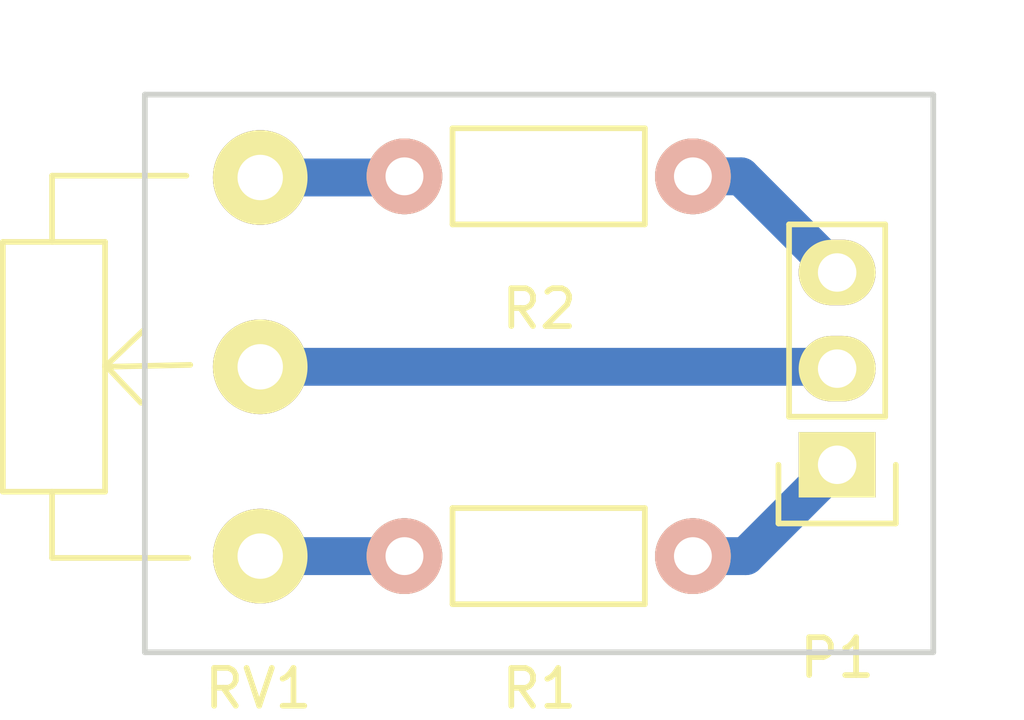
<source format=kicad_pcb>
(kicad_pcb (version 4) (host pcbnew 4.0.2+dfsg1-stable)

  (general
    (links 5)
    (no_connects 0)
    (area 131.509419 95.676 159.132334 115.31912)
    (thickness 1.6)
    (drawings 4)
    (tracks 9)
    (zones 0)
    (modules 4)
    (nets 6)
  )

  (page A4)
  (layers
    (0 F.Cu signal)
    (31 B.Cu signal)
    (32 B.Adhes user)
    (33 F.Adhes user)
    (34 B.Paste user)
    (35 F.Paste user)
    (36 B.SilkS user)
    (37 F.SilkS user)
    (38 B.Mask user)
    (39 F.Mask user)
    (40 Dwgs.User user)
    (41 Cmts.User user)
    (42 Eco1.User user)
    (43 Eco2.User user)
    (44 Edge.Cuts user)
    (45 Margin user)
    (46 B.CrtYd user)
    (47 F.CrtYd user)
    (48 B.Fab user)
    (49 F.Fab user)
  )

  (setup
    (last_trace_width 1)
    (trace_clearance 0.3)
    (zone_clearance 0.508)
    (zone_45_only no)
    (trace_min 0.2)
    (segment_width 0.2)
    (edge_width 0.15)
    (via_size 0.6)
    (via_drill 0.4)
    (via_min_size 0.4)
    (via_min_drill 0.3)
    (uvia_size 0.3)
    (uvia_drill 0.1)
    (uvias_allowed no)
    (uvia_min_size 0.2)
    (uvia_min_drill 0.1)
    (pcb_text_width 0.3)
    (pcb_text_size 1.5 1.5)
    (mod_edge_width 0.15)
    (mod_text_size 1 1)
    (mod_text_width 0.15)
    (pad_size 1.524 1.524)
    (pad_drill 0.762)
    (pad_to_mask_clearance 0.2)
    (aux_axis_origin 135.636 113.284)
    (visible_elements FFFFFF7F)
    (pcbplotparams
      (layerselection 0x01000_80000000)
      (usegerberextensions false)
      (excludeedgelayer true)
      (linewidth 0.100000)
      (plotframeref false)
      (viasonmask false)
      (mode 1)
      (useauxorigin true)
      (hpglpennumber 1)
      (hpglpenspeed 20)
      (hpglpendiameter 15)
      (hpglpenoverlay 2)
      (psnegative false)
      (psa4output false)
      (plotreference true)
      (plotvalue true)
      (plotinvisibletext false)
      (padsonsilk false)
      (subtractmaskfromsilk false)
      (outputformat 1)
      (mirror false)
      (drillshape 0)
      (scaleselection 1)
      (outputdirectory gerber/))
  )

  (net 0 "")
  (net 1 "Net-(P1-Pad1)")
  (net 2 "Net-(P1-Pad2)")
  (net 3 "Net-(P1-Pad3)")
  (net 4 "Net-(R1-Pad2)")
  (net 5 "Net-(R2-Pad2)")

  (net_class Default "This is the default net class."
    (clearance 0.3)
    (trace_width 1)
    (via_dia 0.6)
    (via_drill 0.4)
    (uvia_dia 0.3)
    (uvia_drill 0.1)
    (add_net "Net-(P1-Pad1)")
    (add_net "Net-(P1-Pad2)")
    (add_net "Net-(P1-Pad3)")
    (add_net "Net-(R1-Pad2)")
    (add_net "Net-(R2-Pad2)")
  )

  (module Pin_Headers:Pin_Header_Straight_1x03 (layer F.Cu) (tedit 0) (tstamp 5BC4D1DA)
    (at 153.924 108.331 180)
    (descr "Through hole pin header")
    (tags "pin header")
    (path /5BC4D1F4)
    (fp_text reference P1 (at 0 -5.1 180) (layer F.SilkS)
      (effects (font (size 1 1) (thickness 0.15)))
    )
    (fp_text value CONN_01X03 (at 0 -3.1 180) (layer F.Fab)
      (effects (font (size 1 1) (thickness 0.15)))
    )
    (fp_line (start -1.75 -1.75) (end -1.75 6.85) (layer F.CrtYd) (width 0.05))
    (fp_line (start 1.75 -1.75) (end 1.75 6.85) (layer F.CrtYd) (width 0.05))
    (fp_line (start -1.75 -1.75) (end 1.75 -1.75) (layer F.CrtYd) (width 0.05))
    (fp_line (start -1.75 6.85) (end 1.75 6.85) (layer F.CrtYd) (width 0.05))
    (fp_line (start -1.27 1.27) (end -1.27 6.35) (layer F.SilkS) (width 0.15))
    (fp_line (start -1.27 6.35) (end 1.27 6.35) (layer F.SilkS) (width 0.15))
    (fp_line (start 1.27 6.35) (end 1.27 1.27) (layer F.SilkS) (width 0.15))
    (fp_line (start 1.55 -1.55) (end 1.55 0) (layer F.SilkS) (width 0.15))
    (fp_line (start 1.27 1.27) (end -1.27 1.27) (layer F.SilkS) (width 0.15))
    (fp_line (start -1.55 0) (end -1.55 -1.55) (layer F.SilkS) (width 0.15))
    (fp_line (start -1.55 -1.55) (end 1.55 -1.55) (layer F.SilkS) (width 0.15))
    (pad 1 thru_hole rect (at 0 0 180) (size 2.032 1.7272) (drill 1.016) (layers *.Cu *.Mask F.SilkS)
      (net 1 "Net-(P1-Pad1)"))
    (pad 2 thru_hole oval (at 0 2.54 180) (size 2.032 1.7272) (drill 1.016) (layers *.Cu *.Mask F.SilkS)
      (net 2 "Net-(P1-Pad2)"))
    (pad 3 thru_hole oval (at 0 5.08 180) (size 2.032 1.7272) (drill 1.016) (layers *.Cu *.Mask F.SilkS)
      (net 3 "Net-(P1-Pad3)"))
    (model Pin_Headers.3dshapes/Pin_Header_Straight_1x03.wrl
      (at (xyz 0 -0.1 0))
      (scale (xyz 1 1 1))
      (rotate (xyz 0 0 90))
    )
  )

  (module Resistors_ThroughHole:Resistor_Horizontal_RM7mm (layer F.Cu) (tedit 569FCF07) (tstamp 5BC4D1E0)
    (at 150.114 110.744 180)
    (descr "Resistor, Axial,  RM 7.62mm, 1/3W,")
    (tags "Resistor Axial RM 7.62mm 1/3W R3")
    (path /5BC4D184)
    (fp_text reference R1 (at 4.05892 -3.50012 180) (layer F.SilkS)
      (effects (font (size 1 1) (thickness 0.15)))
    )
    (fp_text value R (at 3.81 3.81 180) (layer F.Fab)
      (effects (font (size 1 1) (thickness 0.15)))
    )
    (fp_line (start -1.25 -1.5) (end 8.85 -1.5) (layer F.CrtYd) (width 0.05))
    (fp_line (start -1.25 1.5) (end -1.25 -1.5) (layer F.CrtYd) (width 0.05))
    (fp_line (start 8.85 -1.5) (end 8.85 1.5) (layer F.CrtYd) (width 0.05))
    (fp_line (start -1.25 1.5) (end 8.85 1.5) (layer F.CrtYd) (width 0.05))
    (fp_line (start 1.27 -1.27) (end 6.35 -1.27) (layer F.SilkS) (width 0.15))
    (fp_line (start 6.35 -1.27) (end 6.35 1.27) (layer F.SilkS) (width 0.15))
    (fp_line (start 6.35 1.27) (end 1.27 1.27) (layer F.SilkS) (width 0.15))
    (fp_line (start 1.27 1.27) (end 1.27 -1.27) (layer F.SilkS) (width 0.15))
    (pad 1 thru_hole circle (at 0 0 180) (size 1.99898 1.99898) (drill 1.00076) (layers *.Cu *.SilkS *.Mask)
      (net 1 "Net-(P1-Pad1)"))
    (pad 2 thru_hole circle (at 7.62 0 180) (size 1.99898 1.99898) (drill 1.00076) (layers *.Cu *.SilkS *.Mask)
      (net 4 "Net-(R1-Pad2)"))
  )

  (module Resistors_ThroughHole:Resistor_Horizontal_RM7mm (layer F.Cu) (tedit 569FCF07) (tstamp 5BC4D1E6)
    (at 150.114 100.711 180)
    (descr "Resistor, Axial,  RM 7.62mm, 1/3W,")
    (tags "Resistor Axial RM 7.62mm 1/3W R3")
    (path /5BC4D1C5)
    (fp_text reference R2 (at 4.05892 -3.50012 180) (layer F.SilkS)
      (effects (font (size 1 1) (thickness 0.15)))
    )
    (fp_text value R (at 3.81 3.81 180) (layer F.Fab)
      (effects (font (size 1 1) (thickness 0.15)))
    )
    (fp_line (start -1.25 -1.5) (end 8.85 -1.5) (layer F.CrtYd) (width 0.05))
    (fp_line (start -1.25 1.5) (end -1.25 -1.5) (layer F.CrtYd) (width 0.05))
    (fp_line (start 8.85 -1.5) (end 8.85 1.5) (layer F.CrtYd) (width 0.05))
    (fp_line (start -1.25 1.5) (end 8.85 1.5) (layer F.CrtYd) (width 0.05))
    (fp_line (start 1.27 -1.27) (end 6.35 -1.27) (layer F.SilkS) (width 0.15))
    (fp_line (start 6.35 -1.27) (end 6.35 1.27) (layer F.SilkS) (width 0.15))
    (fp_line (start 6.35 1.27) (end 1.27 1.27) (layer F.SilkS) (width 0.15))
    (fp_line (start 1.27 1.27) (end 1.27 -1.27) (layer F.SilkS) (width 0.15))
    (pad 1 thru_hole circle (at 0 0 180) (size 1.99898 1.99898) (drill 1.00076) (layers *.Cu *.SilkS *.Mask)
      (net 3 "Net-(P1-Pad3)"))
    (pad 2 thru_hole circle (at 7.62 0 180) (size 1.99898 1.99898) (drill 1.00076) (layers *.Cu *.SilkS *.Mask)
      (net 5 "Net-(R2-Pad2)"))
  )

  (module Potentiometers:Potentiometer_WirePads_largePads (layer F.Cu) (tedit 5446FD75) (tstamp 5BC4D1ED)
    (at 138.684 110.744 180)
    (descr "Potentiometer, Wire Pads only, RevA, 30 July 2010,")
    (tags "Potentiometer, Wire Pads only, RevA, 30 July 2010,")
    (path /5BC4D0BE)
    (fp_text reference RV1 (at 0.0508 -3.49758 180) (layer F.SilkS)
      (effects (font (size 1 1) (thickness 0.15)))
    )
    (fp_text value POT (at -1.34874 13.25118 180) (layer F.Fab)
      (effects (font (size 1 1) (thickness 0.15)))
    )
    (fp_line (start 5.4991 10.05078) (end 1.95072 10.05078) (layer F.SilkS) (width 0.15))
    (fp_line (start 5.4991 8.30072) (end 5.4991 10.05078) (layer F.SilkS) (width 0.15))
    (fp_line (start 5.4991 1.7018) (end 5.4991 -0.04826) (layer F.SilkS) (width 0.15))
    (fp_line (start 5.4991 -0.04826) (end 1.89992 -0.04826) (layer F.SilkS) (width 0.15))
    (fp_line (start 4.09956 5.00126) (end 1.84912 5.05206) (layer F.SilkS) (width 0.15))
    (fp_line (start 4.09956 5.00126) (end 3.0988 5.95122) (layer F.SilkS) (width 0.15))
    (fp_line (start 4.09956 5.05206) (end 3.1496 4.0513) (layer F.SilkS) (width 0.15))
    (fp_line (start 4.09956 1.7018) (end 6.79958 1.7018) (layer F.SilkS) (width 0.15))
    (fp_line (start 6.79958 1.7018) (end 6.79958 8.30072) (layer F.SilkS) (width 0.15))
    (fp_line (start 6.79958 8.30072) (end 4.09956 8.30072) (layer F.SilkS) (width 0.15))
    (fp_line (start 4.09956 8.30072) (end 4.09956 1.7018) (layer F.SilkS) (width 0.15))
    (pad 2 thru_hole circle (at 0 5.00126 180) (size 2.49936 2.49936) (drill 1.19888) (layers *.Cu *.Mask F.SilkS)
      (net 2 "Net-(P1-Pad2)"))
    (pad 3 thru_hole circle (at 0 10.00252 180) (size 2.49936 2.49936) (drill 1.19888) (layers *.Cu *.Mask F.SilkS)
      (net 5 "Net-(R2-Pad2)"))
    (pad 1 thru_hole circle (at 0 0 180) (size 2.49936 2.49936) (drill 1.19888) (layers *.Cu *.Mask F.SilkS)
      (net 4 "Net-(R1-Pad2)"))
  )

  (gr_line (start 156.464 113.284) (end 135.636 113.284) (angle 90) (layer Edge.Cuts) (width 0.15))
  (gr_line (start 156.464 98.552) (end 156.464 113.284) (angle 90) (layer Edge.Cuts) (width 0.15))
  (gr_line (start 135.636 98.552) (end 156.464 98.552) (angle 90) (layer Edge.Cuts) (width 0.15))
  (gr_line (start 135.636 113.284) (end 135.636 98.552) (angle 90) (layer Edge.Cuts) (width 0.15))

  (segment (start 150.114 110.744) (end 151.511 110.744) (width 1) (layer B.Cu) (net 1) (status 400000))
  (segment (start 151.511 110.744) (end 153.924 108.331) (width 1) (layer B.Cu) (net 1) (tstamp 5BC4D2E8) (status 800000))
  (segment (start 138.684 105.74274) (end 153.87574 105.74274) (width 1) (layer B.Cu) (net 2) (status C00000))
  (segment (start 153.87574 105.74274) (end 153.924 105.791) (width 1) (layer B.Cu) (net 2) (tstamp 5BC4D2E1) (status C00000))
  (segment (start 150.114 100.711) (end 151.384 100.711) (width 1) (layer B.Cu) (net 3) (status 400000))
  (segment (start 151.384 100.711) (end 153.924 103.251) (width 1) (layer B.Cu) (net 3) (tstamp 5BC4D2DA) (status 800000))
  (segment (start 138.684 110.744) (end 142.494 110.744) (width 1) (layer B.Cu) (net 4) (status C00000))
  (segment (start 138.684 100.74148) (end 142.46352 100.74148) (width 1) (layer B.Cu) (net 5) (status C00000))
  (segment (start 142.46352 100.74148) (end 142.494 100.711) (width 1) (layer B.Cu) (net 5) (tstamp 5BC4D2CF) (status C00000))

)

</source>
